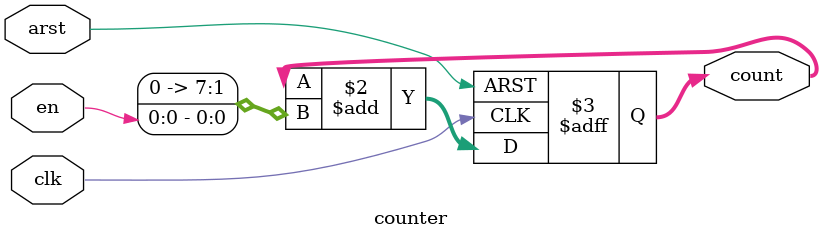
<source format=sv>
module counter #(
    parameter WIDTH = 8
)(
    input logic clk,
    input logic arst,
    input logic  en,
    output logic [WIDTH-1:0] count
);

    always_ff @( posedge clk, posedge arst ) begin 
        if(arst) count <= {WIDTH{1'b0}};
        else count <= count+ {{WIDTH-1{1'b0}},en};
    end 
        
endmodule


</source>
